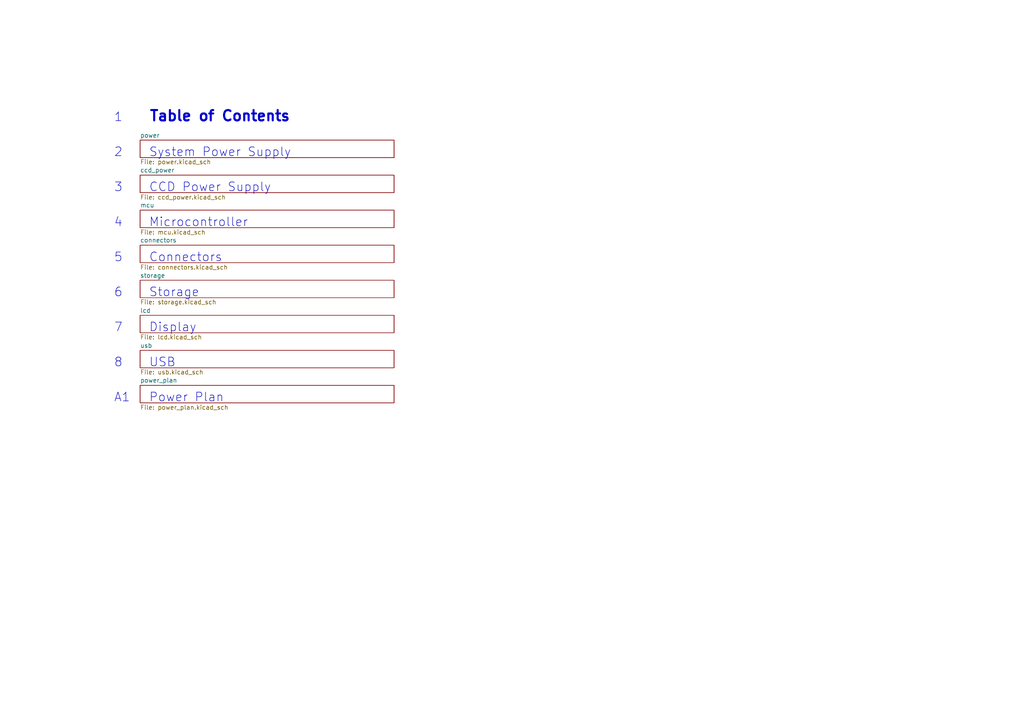
<source format=kicad_sch>
(kicad_sch
	(version 20231120)
	(generator "eeschema")
	(generator_version "8.0")
	(uuid "ba41827b-f176-424d-b6d5-0b0e1ddda097")
	(paper "A4")
	(title_block
		(title "Sitina 1 IO Board")
		(date "2024-10-05")
		(rev "R0.12")
		(company "Copyright 2024 Anhang Li, Wenting Zhang")
		(comment 2 "MERCHANTABILITY, SATISFACTORY QUALITY AND FITNESS FOR A PARTICULAR PURPOSE.")
		(comment 3 "This source is distributed WITHOUT ANY EXPRESS OR IMPLIED WARRANTY, INCLUDING OF")
		(comment 4 "This source describes Open Hardware and is licensed under the CERN-OHL-P v2.")
	)
	(lib_symbols)
	(text "5"
		(exclude_from_sim no)
		(at 33.02 76.2 0)
		(effects
			(font
				(size 2.54 2.54)
			)
			(justify left bottom)
		)
		(uuid "01310b87-63fd-4f89-87c6-a2e2a1b33cca")
	)
	(text "CCD Power Supply"
		(exclude_from_sim no)
		(at 43.18 55.88 0)
		(effects
			(font
				(size 2.54 2.54)
			)
			(justify left bottom)
		)
		(uuid "0804db26-524f-47c0-b3d2-ec91583aa3c3")
	)
	(text "Power Plan"
		(exclude_from_sim no)
		(at 43.18 116.84 0)
		(effects
			(font
				(size 2.54 2.54)
			)
			(justify left bottom)
		)
		(uuid "19fdd026-4a2d-4a04-8b1c-dee02d16b1d5")
	)
	(text "A1"
		(exclude_from_sim no)
		(at 33.02 116.84 0)
		(effects
			(font
				(size 2.54 2.54)
			)
			(justify left bottom)
		)
		(uuid "1ac9fdaf-8b29-4ea6-a283-3053981e2a28")
	)
	(text "7"
		(exclude_from_sim no)
		(at 33.02 96.52 0)
		(effects
			(font
				(size 2.54 2.54)
			)
			(justify left bottom)
		)
		(uuid "1f13b7bb-c561-4590-b2d7-6456e47f3509")
	)
	(text "System Power Supply"
		(exclude_from_sim no)
		(at 43.18 45.72 0)
		(effects
			(font
				(size 2.54 2.54)
			)
			(justify left bottom)
		)
		(uuid "1f40dc14-a320-4374-bb27-46d3f5c897ef")
	)
	(text "Table of Contents"
		(exclude_from_sim no)
		(at 43.18 35.56 0)
		(effects
			(font
				(size 2.9972 2.9972)
				(thickness 0.5994)
				(bold yes)
			)
			(justify left bottom)
		)
		(uuid "381457cc-8e00-49b0-bed6-8c7335498798")
	)
	(text "USB"
		(exclude_from_sim no)
		(at 43.18 106.68 0)
		(effects
			(font
				(size 2.54 2.54)
			)
			(justify left bottom)
		)
		(uuid "3fe83452-8f35-4e46-8007-249a8eed789b")
	)
	(text "Microcontroller"
		(exclude_from_sim no)
		(at 43.18 66.04 0)
		(effects
			(font
				(size 2.54 2.54)
			)
			(justify left bottom)
		)
		(uuid "56924ae8-f64b-4768-a6b4-af0a7c1d3f33")
	)
	(text "1"
		(exclude_from_sim no)
		(at 33.02 35.56 0)
		(effects
			(font
				(size 2.54 2.54)
			)
			(justify left bottom)
		)
		(uuid "69967e43-1c12-4c14-9657-453ca7ddd2d1")
	)
	(text "6"
		(exclude_from_sim no)
		(at 33.02 86.36 0)
		(effects
			(font
				(size 2.54 2.54)
			)
			(justify left bottom)
		)
		(uuid "8510375c-0e11-4bd6-a302-0354edb6fdeb")
	)
	(text "Display"
		(exclude_from_sim no)
		(at 43.18 96.52 0)
		(effects
			(font
				(size 2.54 2.54)
			)
			(justify left bottom)
		)
		(uuid "9a1c8ec0-d8e8-48f7-9b9a-73d36cfb311f")
	)
	(text "3"
		(exclude_from_sim no)
		(at 33.02 55.88 0)
		(effects
			(font
				(size 2.54 2.54)
			)
			(justify left bottom)
		)
		(uuid "a2f32006-294e-4058-81f4-301d71167a06")
	)
	(text "Storage"
		(exclude_from_sim no)
		(at 43.18 86.36 0)
		(effects
			(font
				(size 2.54 2.54)
			)
			(justify left bottom)
		)
		(uuid "a3cd50d7-b18b-44e0-b0cf-aefcb89c6445")
	)
	(text "2"
		(exclude_from_sim no)
		(at 33.02 45.72 0)
		(effects
			(font
				(size 2.54 2.54)
			)
			(justify left bottom)
		)
		(uuid "ae9d795a-cb82-40f8-9c6a-32629c17c33b")
	)
	(text "8"
		(exclude_from_sim no)
		(at 33.02 106.68 0)
		(effects
			(font
				(size 2.54 2.54)
			)
			(justify left bottom)
		)
		(uuid "c527fb06-e48a-4daa-a001-77304521682e")
	)
	(text "4"
		(exclude_from_sim no)
		(at 33.02 66.04 0)
		(effects
			(font
				(size 2.54 2.54)
			)
			(justify left bottom)
		)
		(uuid "db502d30-44f7-4a74-b829-9b6137b20bee")
	)
	(text "Connectors"
		(exclude_from_sim no)
		(at 43.18 76.2 0)
		(effects
			(font
				(size 2.54 2.54)
			)
			(justify left bottom)
		)
		(uuid "f68f85ce-7e21-4644-97b5-745cbdcc5c1c")
	)
	(sheet
		(at 40.64 101.6)
		(size 73.66 5.08)
		(stroke
			(width 0)
			(type solid)
		)
		(fill
			(color 0 0 0 0.0000)
		)
		(uuid "00000000-0000-0000-0000-00005d1a413b")
		(property "Sheetname" "usb"
			(at 40.64 100.9645 0)
			(effects
				(font
					(size 1.27 1.27)
				)
				(justify left bottom)
			)
		)
		(property "Sheetfile" "usb.kicad_sch"
			(at 40.64 107.1885 0)
			(effects
				(font
					(size 1.27 1.27)
				)
				(justify left top)
			)
		)
		(instances
			(project "pcb"
				(path "/ba41827b-f176-424d-b6d5-0b0e1ddda097"
					(page "8")
				)
			)
		)
	)
	(sheet
		(at 40.64 40.64)
		(size 73.66 5.08)
		(stroke
			(width 0)
			(type solid)
		)
		(fill
			(color 0 0 0 0.0000)
		)
		(uuid "00000000-0000-0000-0000-00005d4c99f9")
		(property "Sheetname" "power"
			(at 40.64 40.0045 0)
			(effects
				(font
					(size 1.27 1.27)
				)
				(justify left bottom)
			)
		)
		(property "Sheetfile" "power.kicad_sch"
			(at 40.64 46.2285 0)
			(effects
				(font
					(size 1.27 1.27)
				)
				(justify left top)
			)
		)
		(instances
			(project "pcb"
				(path "/ba41827b-f176-424d-b6d5-0b0e1ddda097"
					(page "2")
				)
			)
		)
	)
	(sheet
		(at 40.64 81.28)
		(size 73.66 5.08)
		(stroke
			(width 0)
			(type solid)
		)
		(fill
			(color 0 0 0 0.0000)
		)
		(uuid "00000000-0000-0000-0000-00005db2122b")
		(property "Sheetname" "storage"
			(at 40.64 80.6445 0)
			(effects
				(font
					(size 1.27 1.27)
				)
				(justify left bottom)
			)
		)
		(property "Sheetfile" "storage.kicad_sch"
			(at 40.64 86.8685 0)
			(effects
				(font
					(size 1.27 1.27)
				)
				(justify left top)
			)
		)
		(instances
			(project "pcb"
				(path "/ba41827b-f176-424d-b6d5-0b0e1ddda097"
					(page "6")
				)
			)
		)
	)
	(sheet
		(at 40.64 91.44)
		(size 73.66 5.08)
		(stroke
			(width 0)
			(type solid)
		)
		(fill
			(color 0 0 0 0.0000)
		)
		(uuid "00000000-0000-0000-0000-00005db51f59")
		(property "Sheetname" "lcd"
			(at 40.64 90.8045 0)
			(effects
				(font
					(size 1.27 1.27)
				)
				(justify left bottom)
			)
		)
		(property "Sheetfile" "lcd.kicad_sch"
			(at 40.64 97.0285 0)
			(effects
				(font
					(size 1.27 1.27)
				)
				(justify left top)
			)
		)
		(instances
			(project "pcb"
				(path "/ba41827b-f176-424d-b6d5-0b0e1ddda097"
					(page "7")
				)
			)
		)
	)
	(sheet
		(at 40.64 71.12)
		(size 73.66 5.08)
		(fields_autoplaced yes)
		(stroke
			(width 0.1524)
			(type solid)
		)
		(fill
			(color 0 0 0 0.0000)
		)
		(uuid "276f6775-fa51-456c-9efd-4a3857d51911")
		(property "Sheetname" "connectors"
			(at 40.64 70.4084 0)
			(effects
				(font
					(size 1.27 1.27)
				)
				(justify left bottom)
			)
		)
		(property "Sheetfile" "connectors.kicad_sch"
			(at 40.64 76.7846 0)
			(effects
				(font
					(size 1.27 1.27)
				)
				(justify left top)
			)
		)
		(instances
			(project "pcb"
				(path "/ba41827b-f176-424d-b6d5-0b0e1ddda097"
					(page "5")
				)
			)
		)
	)
	(sheet
		(at 40.64 111.76)
		(size 73.66 5.08)
		(fields_autoplaced yes)
		(stroke
			(width 0.1524)
			(type solid)
		)
		(fill
			(color 0 0 0 0.0000)
		)
		(uuid "29701ff7-982b-4d2f-bdf1-0ba214ff9cfa")
		(property "Sheetname" "power_plan"
			(at 40.64 111.0484 0)
			(effects
				(font
					(size 1.27 1.27)
				)
				(justify left bottom)
			)
		)
		(property "Sheetfile" "power_plan.kicad_sch"
			(at 40.64 117.4246 0)
			(effects
				(font
					(size 1.27 1.27)
				)
				(justify left top)
			)
		)
		(instances
			(project "pcb"
				(path "/ba41827b-f176-424d-b6d5-0b0e1ddda097"
					(page "9")
				)
			)
		)
	)
	(sheet
		(at 40.64 50.8)
		(size 73.66 5.08)
		(fields_autoplaced yes)
		(stroke
			(width 0.1524)
			(type solid)
		)
		(fill
			(color 0 0 0 0.0000)
		)
		(uuid "6fdeef19-357a-4649-9a2f-ba61e11fd25a")
		(property "Sheetname" "ccd_power"
			(at 40.64 50.0884 0)
			(effects
				(font
					(size 1.27 1.27)
				)
				(justify left bottom)
			)
		)
		(property "Sheetfile" "ccd_power.kicad_sch"
			(at 40.64 56.4646 0)
			(effects
				(font
					(size 1.27 1.27)
				)
				(justify left top)
			)
		)
		(instances
			(project "pcb"
				(path "/ba41827b-f176-424d-b6d5-0b0e1ddda097"
					(page "3")
				)
			)
		)
	)
	(sheet
		(at 40.64 60.96)
		(size 73.66 5.08)
		(fields_autoplaced yes)
		(stroke
			(width 0.1524)
			(type solid)
		)
		(fill
			(color 0 0 0 0.0000)
		)
		(uuid "b61872a6-746d-4ff9-af68-9ad658cb2408")
		(property "Sheetname" "mcu"
			(at 40.64 60.2484 0)
			(effects
				(font
					(size 1.27 1.27)
				)
				(justify left bottom)
			)
		)
		(property "Sheetfile" "mcu.kicad_sch"
			(at 40.64 66.6246 0)
			(effects
				(font
					(size 1.27 1.27)
				)
				(justify left top)
			)
		)
		(instances
			(project "pcb"
				(path "/ba41827b-f176-424d-b6d5-0b0e1ddda097"
					(page "4")
				)
			)
		)
	)
	(sheet_instances
		(path "/"
			(page "1")
		)
	)
)

</source>
